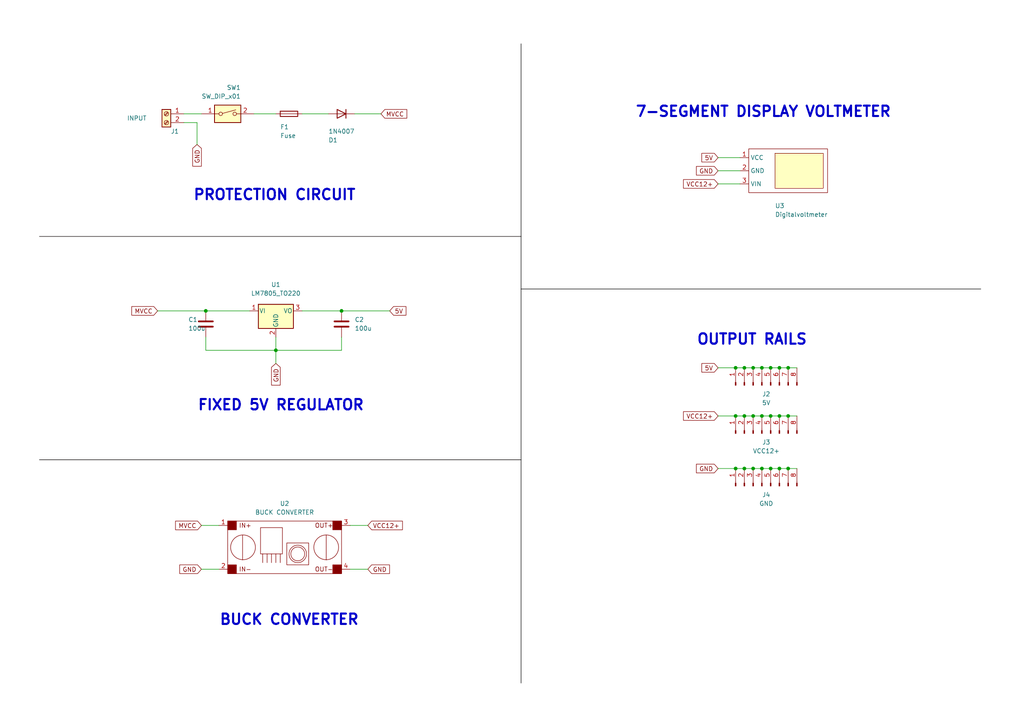
<source format=kicad_sch>
(kicad_sch (version 20211123) (generator eeschema)
  (paper "A4")
  (title_block (title "fullsupply") (date "2022-09-09") (rev "2") (company "DRAIC_22-23"))
  (lib_symbols
    (symbol "Connector:Conn_01x08_Male" (pin_names (offset 1.016) hide)
      (property "Reference" "J" (at 0 10.16 0))
      (property "Value" "Conn_01x08_Male" (at 0 -12.7 0))
      (symbol "Conn_01x08_Male_1_1"
        (polyline (pts (xy 1.27 -10.16) (xy 0.8636 -10.16)) (stroke (width 0.1524)))
        (polyline (pts (xy 1.27 -7.62) (xy 0.8636 -7.62)) (stroke (width 0.1524)))
        (polyline (pts (xy 1.27 -5.08) (xy 0.8636 -5.08)) (stroke (width 0.1524)))
        (polyline (pts (xy 1.27 -2.54) (xy 0.8636 -2.54)) (stroke (width 0.1524)))
        (polyline (pts (xy 1.27 0) (xy 0.8636 0)) (stroke (width 0.1524)))
        (polyline (pts (xy 1.27 2.54) (xy 0.8636 2.54)) (stroke (width 0.1524)))
        (polyline (pts (xy 1.27 5.08) (xy 0.8636 5.08)) (stroke (width 0.1524)))
        (polyline (pts (xy 1.27 7.62) (xy 0.8636 7.62)) (stroke (width 0.1524)))
        (rectangle (start 0.8636 -10.033) (end 0 -10.287) (stroke (width 0.1524)) (fill (type outline)))
        (rectangle (start 0.8636 -7.493) (end 0 -7.747) (stroke (width 0.1524)) (fill (type outline)))
        (rectangle (start 0.8636 -4.953) (end 0 -5.207) (stroke (width 0.1524)) (fill (type outline)))
        (rectangle (start 0.8636 -2.413) (end 0 -2.667) (stroke (width 0.1524)) (fill (type outline)))
        (rectangle (start 0.8636 0.127) (end 0 -0.127) (stroke (width 0.1524)) (fill (type outline)))
        (rectangle (start 0.8636 2.667) (end 0 2.413) (stroke (width 0.1524)) (fill (type outline)))
        (rectangle (start 0.8636 5.207) (end 0 4.953) (stroke (width 0.1524)) (fill (type outline)))
        (rectangle (start 0.8636 7.747) (end 0 7.493) (stroke (width 0.1524)) (fill (type outline)))
        (pin passive line (at 5.08 7.62 180) (length 3.81) (name "Pin_1") (number "1"))
        (pin passive line (at 5.08 5.08 180) (length 3.81) (name "Pin_2") (number "2"))
        (pin passive line (at 5.08 2.54 180) (length 3.81) (name "Pin_3") (number "3"))
        (pin passive line (at 5.08 0 180) (length 3.81) (name "Pin_4") (number "4"))
        (pin passive line (at 5.08 -2.54 180) (length 3.81) (name "Pin_5") (number "5"))
        (pin passive line (at 5.08 -5.08 180) (length 3.81) (name "Pin_6") (number "6"))
        (pin passive line (at 5.08 -7.62 180) (length 3.81) (name "Pin_7") (number "7"))
        (pin passive line (at 5.08 -10.16 180) (length 3.81) (name "Pin_8") (number "8"))
      )
    )
    (symbol "Connector:Screw_Terminal_01x02" (pin_names (offset 1.016) hide)
      (property "Reference" "J" (at 0 2.54 0))
      (property "Value" "Screw_Terminal_01x02" (at 0 -5.08 0))
      (symbol "Screw_Terminal_01x02_1_1"
        (rectangle (start -1.27 1.27) (end 1.27 -3.81) (stroke (width 0.254)) (fill (type background)))
        (circle (center 0 -2.54) (radius 0.635) (stroke (width 0.1524)))
        (polyline (pts (xy -0.5334 -2.2098) (xy 0.3302 -3.048)) (stroke (width 0.1524)))
        (polyline (pts (xy -0.5334 0.3302) (xy 0.3302 -0.508)) (stroke (width 0.1524)))
        (polyline (pts (xy -0.3556 -2.032) (xy 0.508 -2.8702)) (stroke (width 0.1524)))
        (polyline (pts (xy -0.3556 0.508) (xy 0.508 -0.3302)) (stroke (width 0.1524)))
        (circle (center 0 0) (radius 0.635) (stroke (width 0.1524)))
        (pin passive line (at -5.08 0 0) (length 3.81) (name "Pin_1") (number "1"))
        (pin passive line (at -5.08 -2.54 0) (length 3.81) (name "Pin_2") (number "2"))
      )
    )
    (symbol "Device:C" (pin_numbers hide) (pin_names (offset 0.254))
      (property "Reference" "C" (at 0.635 2.54 0))
      (property "Value" "C" (at 0.635 -2.54 0))
      (symbol "C_0_1"
        (polyline (pts (xy -2.032 -0.762) (xy 2.032 -0.762)) (stroke (width 0.508)))
        (polyline (pts (xy -2.032 0.762) (xy 2.032 0.762)) (stroke (width 0.508)))
      )
      (symbol "C_1_1"
        (pin passive line (at 0 3.81 270) (length 2.794) (name "~") (number "1"))
        (pin passive line (at 0 -3.81 90) (length 2.794) (name "~") (number "2"))
      )
    )
    (symbol "Device:Fuse" (pin_numbers hide) (pin_names (offset 0))
      (property "Reference" "F" (at 2.032 0 90))
      (property "Value" "Fuse" (at -1.905 0 90))
      (symbol "Fuse_0_1"
        (rectangle (start -0.762 -2.54) (end 0.762 2.54) (stroke (width 0.254)))
        (polyline (pts (xy 0 2.54) (xy 0 -2.54)))
      )
      (symbol "Fuse_1_1"
        (pin passive line (at 0 3.81 270) (length 1.27) (name "~") (number "1"))
        (pin passive line (at 0 -3.81 90) (length 1.27) (name "~") (number "2"))
      )
    )
    (symbol "Diode:1N4007" (pin_numbers hide) (pin_names (offset 1.016) hide)
      (property "Reference" "D" (at 0 2.54 0))
      (property "Value" "1N4007" (at 0 -2.54 0))
      (symbol "1N4007_0_1"
        (polyline (pts (xy -1.27 1.27) (xy -1.27 -1.27)) (stroke (width 0.254)))
        (polyline (pts (xy 1.27 0) (xy -1.27 0)))
        (polyline (pts (xy 1.27 1.27) (xy 1.27 -1.27) (xy -1.27 0) (xy 1.27 1.27)) (stroke (width 0.254)))
      )
      (symbol "1N4007_1_1"
        (pin passive line (at -3.81 0 0) (length 2.54) (name "K") (number "1"))
        (pin passive line (at 3.81 0 180) (length 2.54) (name "A") (number "2"))
      )
    )
    (symbol "Regulator_Linear:LM7805_TO220" (pin_names (offset 0.254))
      (property "Reference" "U" (at -3.81 3.175 0))
      (property "Value" "LM7805_TO220" (at 0 3.175 0))
      (symbol "LM7805_TO220_0_1"
        (rectangle (start -5.08 1.905) (end 5.08 -5.08) (stroke (width 0.254)) (fill (type background)))
      )
      (symbol "LM7805_TO220_1_1"
        (pin power_in line (at -7.62 0 0) (length 2.54) (name "VI") (number "1"))
        (pin power_in line (at 0 -7.62 90) (length 2.54) (name "GND") (number "2"))
        (pin power_out line (at 7.62 0 180) (length 2.54) (name "VO") (number "3"))
      )
    )
    (symbol "Switch:SW_DIP_x01" (pin_names (offset 0) hide)
      (property "Reference" "SW" (at 0 3.81 0))
      (property "Value" "SW_DIP_x01" (at 0 -3.81 0))
      (symbol "SW_DIP_x01_0_0"
        (circle (center -2.032 0) (radius 0.508))
        (polyline (pts (xy -1.524 0.127) (xy 2.3622 1.1684)))
        (circle (center 2.032 0) (radius 0.508))
      )
      (symbol "SW_DIP_x01_0_1"
        (rectangle (start -3.81 2.54) (end 3.81 -2.54) (stroke (width 0.254)) (fill (type background)))
      )
      (symbol "SW_DIP_x01_1_1"
        (pin passive line (at -7.62 0 0) (length 5.08) (name "~") (number "1"))
        (pin passive line (at 7.62 0 180) (length 5.08) (name "~") (number "2"))
      )
    )
    (symbol "sche:BUCK CONVERTER"
      (property "Reference" "U" (at 0 12.7 0))
      (property "Value" "BUCK CONVERTER" (at 0 10.16 0))
      (symbol "BUCK CONVERTER_0_0"
        (polyline (pts (xy -6.35 -1.905) (xy -6.35 -4.445)))
        (polyline (pts (xy -5.08 -1.905) (xy -5.08 -4.445)))
        (polyline (pts (xy -3.81 -1.905) (xy -3.81 -4.445)))
        (polyline (pts (xy -2.54 -1.905) (xy -2.54 -4.445)))
        (polyline (pts (xy -1.27 -1.905) (xy -1.27 -4.445)))
        (text "IN+" (at -11.43 6.35 0) (effects (font (size 1.27 1.27))))
        (text "IN-" (at -11.43 -6.35 0) (effects (font (size 1.27 1.27))))
        (text "OUT+" (at 11.43 6.35 0) (effects (font (size 1.27 1.27))))
        (text "OUT-" (at 11.43 -6.35 0) (effects (font (size 1.27 1.27))))
      )
      (symbol "BUCK CONVERTER_0_1"
        (rectangle (start -16.51 -7.62) (end -13.97 -5.08) (fill (type outline)))
        (rectangle (start -16.51 7.62) (end -13.97 5.08) (fill (type outline)))
        (rectangle (start -16.51 7.62) (end 16.51 -7.62))
        (circle (center -12.065 0) (radius 3.5921))
        (rectangle (start -6.985 5.715) (end -0.635 -1.905))
        (polyline (pts (xy -12.192 3.556) (xy -12.192 -3.683)))
        (polyline (pts (xy 12.065 3.556) (xy 12.065 -3.683)))
        (rectangle (start 0.635 1.27) (end 6.985 -5.08))
        (circle (center 3.81 -1.905) (radius 2.008))
        (circle (center 3.81 -1.905) (radius 2.54))
        (circle (center 12.065 0) (radius 3.5921))
        (rectangle (start 16.51 -7.62) (end 13.97 -5.08) (fill (type outline)))
        (rectangle (start 16.51 7.62) (end 13.97 5.08) (fill (type outline)))
      )
      (symbol "BUCK CONVERTER_1_1"
        (pin input line (at -19.05 6.35 0) (length 2.54) (name "") (number "1"))
        (pin input line (at -19.05 -6.35 0) (length 2.54) (name "") (number "2"))
        (pin input line (at 19.05 6.35 180) (length 2.54) (name "") (number "3"))
        (pin input line (at 19.05 -6.35 180) (length 2.54) (name "") (number "4"))
      )
    )
    (symbol "sche:Digitalvoltmeter" (in_bom no)
      (property "Reference" "U" (at 0 7.62 0))
      (property "Value" "Digitalvoltmeter" (at 1.27 10.16 0))
      (symbol "Digitalvoltmeter_0_0"
        (rectangle (start -7.62 6.35) (end 15.24 -6.35))
        (rectangle (start 0 5.08) (end 13.97 -5.08) (fill (type background)))
      )
      (symbol "Digitalvoltmeter_1_1"
        (pin input line (at -10.16 3.81 0) (length 2.54) (name "VCC") (number "1"))
        (pin input line (at -10.16 0 0) (length 2.54) (name "GND") (number "2"))
        (pin input line (at -10.16 -3.81 0) (length 2.54) (name "VIN") (number "3"))
      )
    )
  )
  (junction (at 220.98 135.89))
  (junction (at 215.9 120.65))
  (junction (at 213.36 135.89))
  (junction (at 99.06 90.17))
  (junction (at 228.6 120.65))
  (junction (at 223.52 106.68))
  (junction (at 218.44 106.68))
  (junction (at 226.06 120.65))
  (junction (at 226.06 106.68))
  (junction (at 213.36 106.68))
  (junction (at 213.36 120.65))
  (junction (at 215.9 106.68))
  (junction (at 223.52 120.65))
  (junction (at 220.98 120.65))
  (junction (at 218.44 135.89))
  (junction (at 218.44 120.65))
  (junction (at 228.6 106.68))
  (junction (at 226.06 135.89))
  (junction (at 228.6 135.89))
  (junction (at 215.9 135.89))
  (junction (at 80.01 101.6))
  (junction (at 59.69 90.17))
  (junction (at 223.52 135.89))
  (junction (at 220.98 106.68))
  (wire (pts (xy 87.63 90.17) (xy 99.06 90.17)))
  (polyline (pts (xy 11.43 133.35) (xy 151.13 133.35)) (stroke (width 0) (type solid) (color 4 0 0 1)))
  (wire (pts (xy 218.44 120.65) (xy 220.98 120.65)))
  (wire (pts (xy 87.63 33.02) (xy 95.25 33.02)))
  (wire (pts (xy 99.06 97.79) (xy 99.06 101.6)))
  (polyline (pts (xy 11.43 68.58) (xy 151.13 68.58)) (stroke (width 0) (type solid) (color 8 0 0 1)))
  (wire (pts (xy 223.52 135.89) (xy 226.06 135.89)))
  (wire (pts (xy 58.42 152.4) (xy 63.5 152.4)))
  (wire (pts (xy 99.06 101.6) (xy 80.01 101.6)))
  (wire (pts (xy 213.36 120.65) (xy 215.9 120.65)))
  (wire (pts (xy 208.28 120.65) (xy 213.36 120.65)))
  (wire (pts (xy 208.28 45.72) (xy 214.63 45.72)))
  (wire (pts (xy 208.28 53.34) (xy 214.63 53.34)))
  (wire (pts (xy 80.01 101.6) (xy 80.01 105.41)))
  (wire (pts (xy 208.28 49.53) (xy 214.63 49.53)))
  (wire (pts (xy 213.36 106.68) (xy 215.9 106.68)))
  (wire (pts (xy 58.42 165.1) (xy 63.5 165.1)))
  (wire (pts (xy 220.98 120.65) (xy 223.52 120.65)))
  (wire (pts (xy 226.06 120.65) (xy 228.6 120.65)))
  (wire (pts (xy 228.6 106.68) (xy 231.14 106.68)))
  (wire (pts (xy 101.6 152.4) (xy 106.68 152.4)))
  (wire (pts (xy 208.28 106.68) (xy 213.36 106.68)))
  (wire (pts (xy 80.01 97.79) (xy 80.01 101.6)))
  (wire (pts (xy 57.15 41.91) (xy 57.15 35.56)))
  (wire (pts (xy 101.6 165.1) (xy 106.68 165.1)))
  (polyline (pts (xy 151.13 12.7) (xy 151.13 198.12)) (stroke (width 0) (type solid) (color 0 0 0 1)))
  (wire (pts (xy 215.9 120.65) (xy 218.44 120.65)))
  (wire (pts (xy 215.9 106.68) (xy 218.44 106.68)))
  (wire (pts (xy 226.06 135.89) (xy 228.6 135.89)))
  (polyline (pts (xy 151.13 83.82) (xy 284.48 83.82)) (stroke (width 0) (type solid) (color 0 0 0 1)))
  (wire (pts (xy 223.52 120.65) (xy 226.06 120.65)))
  (wire (pts (xy 220.98 106.68) (xy 223.52 106.68)))
  (wire (pts (xy 59.69 101.6) (xy 80.01 101.6)))
  (wire (pts (xy 213.36 135.89) (xy 215.9 135.89)))
  (wire (pts (xy 218.44 135.89) (xy 220.98 135.89)))
  (wire (pts (xy 208.28 135.89) (xy 213.36 135.89)))
  (wire (pts (xy 57.15 35.56) (xy 53.34 35.56)))
  (wire (pts (xy 59.69 90.17) (xy 72.39 90.17)))
  (wire (pts (xy 220.98 135.89) (xy 223.52 135.89)))
  (wire (pts (xy 228.6 120.65) (xy 231.14 120.65)))
  (wire (pts (xy 218.44 106.68) (xy 220.98 106.68)))
  (wire (pts (xy 223.52 106.68) (xy 226.06 106.68)))
  (wire (pts (xy 215.9 135.89) (xy 218.44 135.89)))
  (wire (pts (xy 80.01 33.02) (xy 73.66 33.02)))
  (wire (pts (xy 231.14 135.89) (xy 228.6 135.89)))
  (wire (pts (xy 59.69 97.79) (xy 59.69 101.6)))
  (wire (pts (xy 58.42 33.02) (xy 53.34 33.02)))
  (wire (pts (xy 226.06 106.68) (xy 228.6 106.68)))
  (wire (pts (xy 99.06 90.17) (xy 113.03 90.17)))
  (wire (pts (xy 45.72 90.17) (xy 59.69 90.17)))
  (wire (pts (xy 102.87 33.02) (xy 110.49 33.02)))
  (text "7-SEGMENT DISPLAY VOLTMETER\n" (at 184.15 34.29 0) (effects (font (size 3 3) (thickness 0.6) bold) (justify left bottom)))
  (text "OUTPUT RAILS" (at 201.93 100.33 0) (effects (font (size 3 3) (thickness 0.6) bold) (justify left bottom)))
  (text "FIXED 5V REGULATOR" (at 57.15 119.38 0) (effects (font (size 3 3) (thickness 0.6) bold) (justify left bottom)))
  (text "BUCK CONVERTER" (at 63.5 181.61 0) (effects (font (size 3 3) (thickness 0.6) bold) (justify left bottom)))
  (text "PROTECTION CIRCUIT" (at 55.88 58.42 0) (effects (font (size 3 3) (thickness 0.6) bold) (justify left bottom)))
  (global_label "GND" (shape input) (at 208.28 49.53 180) (property "Intersheet References" "${INTERSHEET_REFS}" (effects hide)))
  (global_label "MVCC" (shape input) (at 45.72 90.17 180) (property "Intersheet References" "${INTERSHEET_REFS}" (effects hide)))
  (global_label "MVCC" (shape input) (at 58.42 152.4 180) (property "Intersheet References" "${INTERSHEET_REFS}" (effects hide)))
  (global_label "VCC12+" (shape input) (at 208.28 120.65 180) (property "Intersheet References" "${INTERSHEET_REFS}" (effects hide)))
  (global_label "VCC12+" (shape input) (at 106.68 152.4 0) (property "Intersheet References" "${INTERSHEET_REFS}" (effects hide)))
  (global_label "5V" (shape input) (at 113.03 90.17 0) (property "Intersheet References" "${INTERSHEET_REFS}" (effects hide)))
  (global_label "GND" (shape input) (at 208.28 135.89 180) (property "Intersheet References" "${INTERSHEET_REFS}" (effects hide)))
  (global_label "5V" (shape input) (at 208.28 106.68 180) (property "Intersheet References" "${INTERSHEET_REFS}" (effects hide)))
  (global_label "GND" (shape input) (at 106.68 165.1 0) (property "Intersheet References" "${INTERSHEET_REFS}" (effects hide)))
  (global_label "GND" (shape input) (at 57.15 41.91 270) (property "Intersheet References" "${INTERSHEET_REFS}" (effects hide)))
  (global_label "MVCC" (shape input) (at 110.49 33.02 0) (property "Intersheet References" "${INTERSHEET_REFS}" (effects hide)))
  (global_label "GND" (shape input) (at 58.42 165.1 180) (property "Intersheet References" "${INTERSHEET_REFS}" (effects hide)))
  (global_label "VCC12+" (shape input) (at 208.28 53.34 180) (property "Intersheet References" "${INTERSHEET_REFS}" (effects hide)))
  (global_label "5V" (shape input) (at 208.28 45.72 180) (property "Intersheet References" "${INTERSHEET_REFS}" (effects hide)))
  (global_label "GND" (shape input) (at 80.01 105.41 270) (property "Intersheet References" "${INTERSHEET_REFS}" (effects hide)))
  (symbol (lib_id "Switch:SW_DIP_x01") (at 66.04 33.02 0) (unit 1)
    (property "Reference" "SW1" (at 69.85 25.4 0) (effects (justify right)))
    (property "Value" "SW_DIP_x01" (at 69.85 27.94 0) (effects (justify right)))
    (property "Footprint" "sche:DPDT_SW" (effects hide))
  )
  (symbol (lib_id "Regulator_Linear:LM7805_TO220") (at 80.01 90.17 0) (unit 1)
    (property "Reference" "U1" (at 80.01 82.55 0))
    (property "Value" "LM7805_TO220" (at 80.01 85.09 0))
    (property "Footprint" "Package_TO_SOT_THT:TO-220-3_Vertical" (effects hide))
    (property "Datasheet" "https://www.onsemi.cn/PowerSolutions/document/MC7800-D.PDF" (effects hide))
  )
  (symbol (lib_id "Connector:Conn_01x08_Male") (at 220.98 140.97 90) (unit 1)
    (property "Reference" "J4" (at 222.25 143.51 90))
    (property "Value" "GND" (at 222.25 146.05 90))
    (property "Footprint" "Connector_PinHeader_2.54mm:PinHeader_1x08_P2.54mm_Vertical" (effects hide))
  )
  (symbol (lib_id "Diode:1N4007") (at 99.06 33.02 0) (mirror y) (unit 1)
    (property "Reference" "D1" (at 95.25 40.6401 0) (effects (justify right)))
    (property "Value" "1N4007" (at 95.25 38.1001 0) (effects (justify right)))
    (property "Footprint" "Diode_THT:D_DO-41_SOD81_P12.70mm_Horizontal" (effects hide))
    (property "Datasheet" "http://www.vishay.com/docs/88503/1n4001.pdf" (effects hide))
  )
  (symbol (lib_id "sche:Digitalvoltmeter") (at 224.79 49.53 0) (unit 1) (in_bom no)
    (property "Reference" "U3" (at 224.79 59.69 0) (effects (justify left)))
    (property "Value" "Digitalvoltmeter" (at 224.79 62.23 0) (effects (justify left)))
    (property "Footprint" "sche:DigitalVoltmeter" (effects hide))
  )
  (symbol (lib_id "Device:C") (at 99.06 93.98 0) (unit 1)
    (property "Reference" "C2" (at 102.87 92.7099 0) (effects (justify left)))
    (property "Value" "100u" (at 102.87 95.2499 0) (effects (justify left)))
    (property "Footprint" "Capacitor_THT:C_Disc_D5.1mm_W3.2mm_P5.00mm" (effects hide))
  )
  (symbol (lib_id "sche:BUCK CONVERTER") (at 82.55 158.75 0) (unit 1)
    (property "Reference" "U2" (at 82.55 146.05 0))
    (property "Value" "BUCK CONVERTER" (at 82.55 148.59 0))
    (property "Footprint" "sche:Buckconverter" (effects hide))
  )
  (symbol (lib_id "Connector:Screw_Terminal_01x02") (at 48.26 33.02 0) (mirror y) (unit 1)
    (property "Reference" "J1" (at 49.5301 38.1 0) (effects (justify right)))
    (property "Value" "INPUT" (at 36.83 34.29 0) (effects (justify right)))
    (property "Footprint" "sche:PowerEdge" (effects hide))
  )
  (symbol (lib_id "Device:Fuse") (at 83.82 33.02 270) (unit 1)
    (property "Reference" "F1" (at 81.28 36.8299 90) (effects (justify left)))
    (property "Value" "Fuse" (at 81.28 39.3699 90) (effects (justify left)))
    (property "Footprint" "Fuse:Fuse_Littelfuse-LVR125" (effects hide))
  )
  (symbol (lib_id "Device:C") (at 59.69 93.98 0) (unit 1)
    (property "Reference" "C1" (at 54.61 92.71 0) (effects (justify left)))
    (property "Value" "100u" (at 54.61 95.25 0) (effects (justify left)))
    (property "Footprint" "Capacitor_THT:C_Disc_D5.1mm_W3.2mm_P5.00mm" (effects hide))
  )
  (symbol (lib_id "Connector:Conn_01x08_Male") (at 220.98 125.73 90) (unit 1)
    (property "Reference" "J3" (at 222.25 128.27 90))
    (property "Value" "VCC12+" (at 222.25 130.81 90))
    (property "Footprint" "Connector_PinHeader_2.54mm:PinHeader_1x08_P2.54mm_Vertical" (effects hide))
  )
  (symbol (lib_id "Connector:Conn_01x08_Male") (at 220.98 111.76 90) (unit 1)
    (property "Reference" "J2" (at 222.25 114.3 90))
    (property "Value" "5V" (at 222.25 116.84 90))
    (property "Footprint" "Connector_PinHeader_2.54mm:PinHeader_1x08_P2.54mm_Vertical" (effects hide))
  )
)
</source>
